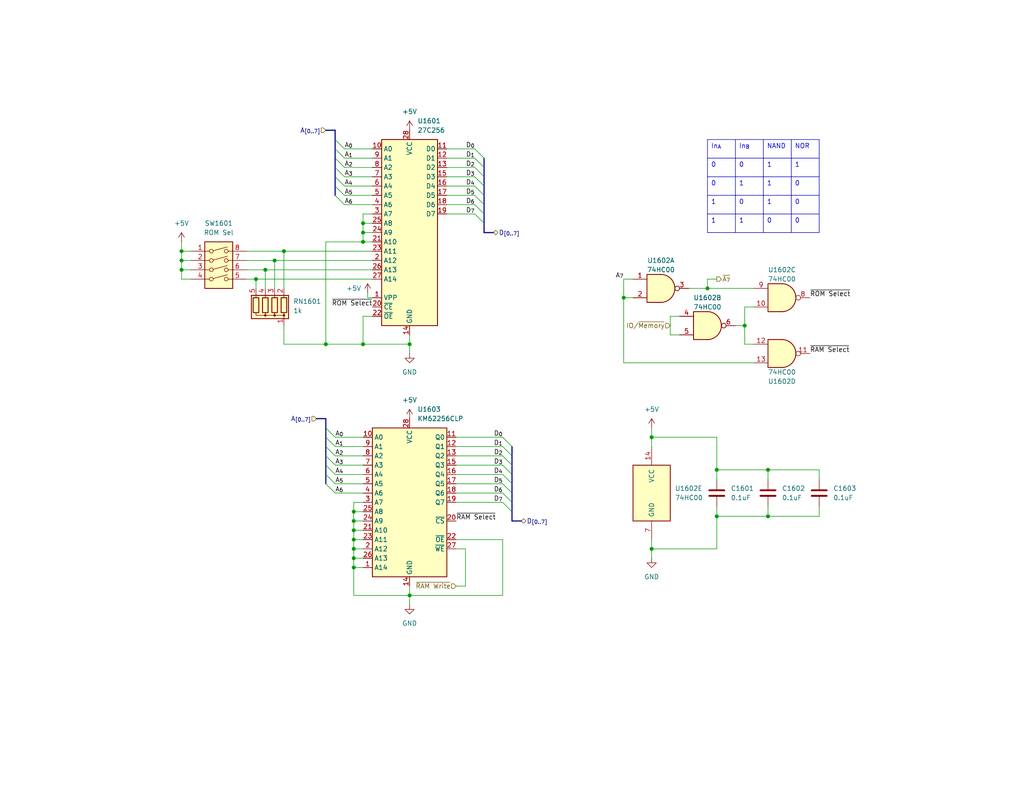
<source format=kicad_sch>
(kicad_sch (version 20250114) (generator "eeschema") (generator_version "9.0")
  (paper "USLetter")
  (title_block (title "BRISC8 CPU") (date "2025-06-26") (rev "v1.0.0") (company "Brian Duffy") (comment 3 "Compatible with the BRISC8 assembler and compiler suite.") (comment 4 "Simple 8-bit RISC CPU designed by Brian Duffy to explore the lowest level of computing."))
  (lib_symbols
    (symbol "74xx:74HC00" (pin_names (offset 1.016))
      (property "Reference" "U" (at 0 1.27 0))
      (property "Value" "74HC00" (at 0 -1.27 0))
      (symbol "74HC00_1_1"
        (arc (start 0 3.81) (mid 3.7934 0) (end 0 -3.81) (stroke (width 0.254)) (fill (type background)))
        (polyline (pts (xy 0 3.81) (xy -3.81 3.81) (xy -3.81 -3.81) (xy 0 -3.81)) (stroke (width 0.254)) (fill (type background)))
        (pin input line (at -7.62 2.54 0) (length 3.81) (name "~") (number "1"))
        (pin input line (at -7.62 -2.54 0) (length 3.81) (name "~") (number "2"))
        (pin output inverted (at 7.62 0 180) (length 3.81) (name "~") (number "3"))
      )
      (symbol "74HC00_1_2"
        (arc (start -3.81 3.81) (mid -2.589 0) (end -3.81 -3.81) (stroke (width 0.254)))
        (polyline (pts (xy -3.81 3.81) (xy -0.635 3.81)) (stroke (width 0.254)) (fill (type background)))
        (polyline (pts (xy -3.81 -3.81) (xy -0.635 -3.81)) (stroke (width 0.254)) (fill (type background)))
        (arc (start 3.81 0) (mid 2.1855 -2.584) (end -0.6096 -3.81) (stroke (width 0.254)) (fill (type background)))
        (arc (start -0.6096 3.81) (mid 2.1928 2.5924) (end 3.81 0) (stroke (width 0.254)) (fill (type background)))
        (polyline (pts (xy -0.635 3.81) (xy -3.81 3.81) (xy -3.81 3.81) (xy -3.556 3.4036) (xy -3.0226 2.2606) (xy -2.6924 1.0414) (xy -2.6162 -0.254) (xy -2.7686 -1.4986) (xy -3.175 -2.7178) (xy -3.81 -3.81) (xy -3.81 -3.81) (xy -0.635 -3.81)) (stroke (width -25.4)) (fill (type background)))
        (pin input inverted (at -7.62 2.54 0) (length 4.318) (name "~") (number "1"))
        (pin input inverted (at -7.62 -2.54 0) (length 4.318) (name "~") (number "2"))
        (pin output line (at 7.62 0 180) (length 3.81) (name "~") (number "3"))
      )
      (symbol "74HC00_2_1"
        (arc (start 0 3.81) (mid 3.7934 0) (end 0 -3.81) (stroke (width 0.254)) (fill (type background)))
        (polyline (pts (xy 0 3.81) (xy -3.81 3.81) (xy -3.81 -3.81) (xy 0 -3.81)) (stroke (width 0.254)) (fill (type background)))
        (pin input line (at -7.62 2.54 0) (length 3.81) (name "~") (number "4"))
        (pin input line (at -7.62 -2.54 0) (length 3.81) (name "~") (number "5"))
        (pin output inverted (at 7.62 0 180) (length 3.81) (name "~") (number "6"))
      )
      (symbol "74HC00_2_2"
        (arc (start -3.81 3.81) (mid -2.589 0) (end -3.81 -3.81) (stroke (width 0.254)))
        (polyline (pts (xy -3.81 3.81) (xy -0.635 3.81)) (stroke (width 0.254)) (fill (type background)))
        (polyline (pts (xy -3.81 -3.81) (xy -0.635 -3.81)) (stroke (width 0.254)) (fill (type background)))
        (arc (start 3.81 0) (mid 2.1855 -2.584) (end -0.6096 -3.81) (stroke (width 0.254)) (fill (type background)))
        (arc (start -0.6096 3.81) (mid 2.1928 2.5924) (end 3.81 0) (stroke (width 0.254)) (fill (type background)))
        (polyline (pts (xy -0.635 3.81) (xy -3.81 3.81) (xy -3.81 3.81) (xy -3.556 3.4036) (xy -3.0226 2.2606) (xy -2.6924 1.0414) (xy -2.6162 -0.254) (xy -2.7686 -1.4986) (xy -3.175 -2.7178) (xy -3.81 -3.81) (xy -3.81 -3.81) (xy -0.635 -3.81)) (stroke (width -25.4)) (fill (type background)))
        (pin input inverted (at -7.62 2.54 0) (length 4.318) (name "~") (number "4"))
        (pin input inverted (at -7.62 -2.54 0) (length 4.318) (name "~") (number "5"))
        (pin output line (at 7.62 0 180) (length 3.81) (name "~") (number "6"))
      )
      (symbol "74HC00_3_1"
        (arc (start 0 3.81) (mid 3.7934 0) (end 0 -3.81) (stroke (width 0.254)) (fill (type background)))
        (polyline (pts (xy 0 3.81) (xy -3.81 3.81) (xy -3.81 -3.81) (xy 0 -3.81)) (stroke (width 0.254)) (fill (type background)))
        (pin input line (at -7.62 2.54 0) (length 3.81) (name "~") (number "9"))
        (pin input line (at -7.62 -2.54 0) (length 3.81) (name "~") (number "10"))
        (pin output inverted (at 7.62 0 180) (length 3.81) (name "~") (number "8"))
      )
      (symbol "74HC00_3_2"
        (arc (start -3.81 3.81) (mid -2.589 0) (end -3.81 -3.81) (stroke (width 0.254)))
        (polyline (pts (xy -3.81 3.81) (xy -0.635 3.81)) (stroke (width 0.254)) (fill (type background)))
        (polyline (pts (xy -3.81 -3.81) (xy -0.635 -3.81)) (stroke (width 0.254)) (fill (type background)))
        (arc (start 3.81 0) (mid 2.1855 -2.584) (end -0.6096 -3.81) (stroke (width 0.254)) (fill (type background)))
        (arc (start -0.6096 3.81) (mid 2.1928 2.5924) (end 3.81 0) (stroke (width 0.254)) (fill (type background)))
        (polyline (pts (xy -0.635 3.81) (xy -3.81 3.81) (xy -3.81 3.81) (xy -3.556 3.4036) (xy -3.0226 2.2606) (xy -2.6924 1.0414) (xy -2.6162 -0.254) (xy -2.7686 -1.4986) (xy -3.175 -2.7178) (xy -3.81 -3.81) (xy -3.81 -3.81) (xy -0.635 -3.81)) (stroke (width -25.4)) (fill (type background)))
        (pin input inverted (at -7.62 2.54 0) (length 4.318) (name "~") (number "9"))
        (pin input inverted (at -7.62 -2.54 0) (length 4.318) (name "~") (number "10"))
        (pin output line (at 7.62 0 180) (length 3.81) (name "~") (number "8"))
      )
      (symbol "74HC00_4_1"
        (arc (start 0 3.81) (mid 3.7934 0) (end 0 -3.81) (stroke (width 0.254)) (fill (type background)))
        (polyline (pts (xy 0 3.81) (xy -3.81 3.81) (xy -3.81 -3.81) (xy 0 -3.81)) (stroke (width 0.254)) (fill (type background)))
        (pin input line (at -7.62 2.54 0) (length 3.81) (name "~") (number "12"))
        (pin input line (at -7.62 -2.54 0) (length 3.81) (name "~") (number "13"))
        (pin output inverted (at 7.62 0 180) (length 3.81) (name "~") (number "11"))
      )
      (symbol "74HC00_4_2"
        (arc (start -3.81 3.81) (mid -2.589 0) (end -3.81 -3.81) (stroke (width 0.254)))
        (polyline (pts (xy -3.81 3.81) (xy -0.635 3.81)) (stroke (width 0.254)) (fill (type background)))
        (polyline (pts (xy -3.81 -3.81) (xy -0.635 -3.81)) (stroke (width 0.254)) (fill (type background)))
        (arc (start 3.81 0) (mid 2.1855 -2.584) (end -0.6096 -3.81) (stroke (width 0.254)) (fill (type background)))
        (arc (start -0.6096 3.81) (mid 2.1928 2.5924) (end 3.81 0) (stroke (width 0.254)) (fill (type background)))
        (polyline (pts (xy -0.635 3.81) (xy -3.81 3.81) (xy -3.81 3.81) (xy -3.556 3.4036) (xy -3.0226 2.2606) (xy -2.6924 1.0414) (xy -2.6162 -0.254) (xy -2.7686 -1.4986) (xy -3.175 -2.7178) (xy -3.81 -3.81) (xy -3.81 -3.81) (xy -0.635 -3.81)) (stroke (width -25.4)) (fill (type background)))
        (pin input inverted (at -7.62 2.54 0) (length 4.318) (name "~") (number "12"))
        (pin input inverted (at -7.62 -2.54 0) (length 4.318) (name "~") (number "13"))
        (pin output line (at 7.62 0 180) (length 3.81) (name "~") (number "11"))
      )
      (symbol "74HC00_5_0"
        (pin power_in line (at 0 12.7 270) (length 5.08) (name "VCC") (number "14"))
        (pin power_in line (at 0 -12.7 90) (length 5.08) (name "GND") (number "7"))
      )
      (symbol "74HC00_5_1"
        (rectangle (start -5.08 7.62) (end 5.08 -7.62) (stroke (width 0.254)) (fill (type background)))
      )
    )
    (symbol "Device:C" (pin_numbers (hide yes)) (pin_names (offset 0.254))
      (property "Reference" "C" (at 0.635 2.54 0))
      (property "Value" "C" (at 0.635 -2.54 0))
      (symbol "C_0_1"
        (polyline (pts (xy -2.032 0.762) (xy 2.032 0.762)) (stroke (width 0.508)))
        (polyline (pts (xy -2.032 -0.762) (xy 2.032 -0.762)) (stroke (width 0.508)))
      )
      (symbol "C_1_1"
        (pin passive line (at 0 3.81 270) (length 2.794) (name "~") (number "1"))
        (pin passive line (at 0 -3.81 90) (length 2.794) (name "~") (number "2"))
      )
    )
    (symbol "Device:R_Network04" (pin_names (offset 0) (hide yes))
      (property "Reference" "RN" (at -7.62 0 90))
      (property "Value" "R_Network04" (at 5.08 0 90))
      (symbol "R_Network04_0_1"
        (rectangle (start -6.35 -3.175) (end 3.81 3.175) (stroke (width 0.254)) (fill (type background)))
        (rectangle (start -5.842 1.524) (end -4.318 -2.54) (stroke (width 0.254)))
        (circle (center -5.08 2.286) (radius 0.254) (fill (type outline)))
        (polyline (pts (xy -5.08 1.524) (xy -5.08 2.286) (xy -2.54 2.286) (xy -2.54 1.524)))
        (polyline (pts (xy -5.08 -2.54) (xy -5.08 -3.81)))
        (rectangle (start -3.302 1.524) (end -1.778 -2.54) (stroke (width 0.254)))
        (circle (center -2.54 2.286) (radius 0.254) (fill (type outline)))
        (polyline (pts (xy -2.54 1.524) (xy -2.54 2.286) (xy 0 2.286) (xy 0 1.524)))
        (polyline (pts (xy -2.54 -2.54) (xy -2.54 -3.81)))
        (rectangle (start -0.762 1.524) (end 0.762 -2.54) (stroke (width 0.254)))
        (circle (center 0 2.286) (radius 0.254) (fill (type outline)))
        (polyline (pts (xy 0 1.524) (xy 0 2.286) (xy 2.54 2.286) (xy 2.54 1.524)))
        (polyline (pts (xy 0 -2.54) (xy 0 -3.81)))
        (rectangle (start 1.778 1.524) (end 3.302 -2.54) (stroke (width 0.254)))
        (polyline (pts (xy 2.54 -2.54) (xy 2.54 -3.81)))
      )
      (symbol "R_Network04_1_1"
        (pin passive line (at -5.08 5.08 270) (length 2.54) (name "common") (number "1"))
        (pin passive line (at -5.08 -5.08 90) (length 1.27) (name "R1") (number "2"))
        (pin passive line (at -2.54 -5.08 90) (length 1.27) (name "R2") (number "3"))
        (pin passive line (at 0 -5.08 90) (length 1.27) (name "R3") (number "4"))
        (pin passive line (at 2.54 -5.08 90) (length 1.27) (name "R4") (number "5"))
      )
    )
    (symbol "Memory_EPROM:27C256"
      (property "Reference" "U" (at -7.62 26.67 0))
      (property "Value" "27C256" (at 2.54 -26.67 0))
      (symbol "27C256_1_1"
        (rectangle (start -7.62 25.4) (end 7.62 -25.4) (stroke (width 0.254)) (fill (type background)))
        (pin input line (at -10.16 22.86 0) (length 2.54) (name "A0") (number "10"))
        (pin input line (at -10.16 20.32 0) (length 2.54) (name "A1") (number "9"))
        (pin input line (at -10.16 17.78 0) (length 2.54) (name "A2") (number "8"))
        (pin input line (at -10.16 15.24 0) (length 2.54) (name "A3") (number "7"))
        (pin input line (at -10.16 12.7 0) (length 2.54) (name "A4") (number "6"))
        (pin input line (at -10.16 10.16 0) (length 2.54) (name "A5") (number "5"))
        (pin input line (at -10.16 7.62 0) (length 2.54) (name "A6") (number "4"))
        (pin input line (at -10.16 5.08 0) (length 2.54) (name "A7") (number "3"))
        (pin input line (at -10.16 2.54 0) (length 2.54) (name "A8") (number "25"))
        (pin input line (at -10.16 0 0) (length 2.54) (name "A9") (number "24"))
        (pin input line (at -10.16 -2.54 0) (length 2.54) (name "A10") (number "21"))
        (pin input line (at -10.16 -5.08 0) (length 2.54) (name "A11") (number "23"))
        (pin input line (at -10.16 -7.62 0) (length 2.54) (name "A12") (number "2"))
        (pin input line (at -10.16 -10.16 0) (length 2.54) (name "A13") (number "26"))
        (pin input line (at -10.16 -12.7 0) (length 2.54) (name "A14") (number "27"))
        (pin input line (at -10.16 -17.78 0) (length 2.54) (name "VPP") (number "1"))
        (pin input line (at -10.16 -20.32 0) (length 2.54) (name "~{CE}") (number "20"))
        (pin input line (at -10.16 -22.86 0) (length 2.54) (name "~{OE}") (number "22"))
        (pin power_in line (at 0 27.94 270) (length 2.54) (name "VCC") (number "28"))
        (pin power_in line (at 0 -27.94 90) (length 2.54) (name "GND") (number "14"))
        (pin tri_state line (at 10.16 22.86 180) (length 2.54) (name "D0") (number "11"))
        (pin tri_state line (at 10.16 20.32 180) (length 2.54) (name "D1") (number "12"))
        (pin tri_state line (at 10.16 17.78 180) (length 2.54) (name "D2") (number "13"))
        (pin tri_state line (at 10.16 15.24 180) (length 2.54) (name "D3") (number "15"))
        (pin tri_state line (at 10.16 12.7 180) (length 2.54) (name "D4") (number "16"))
        (pin tri_state line (at 10.16 10.16 180) (length 2.54) (name "D5") (number "17"))
        (pin tri_state line (at 10.16 7.62 180) (length 2.54) (name "D6") (number "18"))
        (pin tri_state line (at 10.16 5.08 180) (length 2.54) (name "D7") (number "19"))
      )
    )
    (symbol "Memory_RAM:KM62256CLP"
      (property "Reference" "U" (at -10.16 20.955 0))
      (property "Value" "KM62256CLP" (at 2.54 20.955 0))
      (symbol "KM62256CLP_0_0"
        (pin power_in line (at 0 22.86 270) (length 2.54) (name "VCC") (number "28"))
        (pin power_in line (at 0 -22.86 90) (length 2.54) (name "GND") (number "14"))
      )
      (symbol "KM62256CLP_0_1"
        (rectangle (start -10.16 20.32) (end 10.16 -20.32) (stroke (width 0.254)) (fill (type background)))
      )
      (symbol "KM62256CLP_1_1"
        (pin input line (at -12.7 17.78 0) (length 2.54) (name "A0") (number "10"))
        (pin input line (at -12.7 15.24 0) (length 2.54) (name "A1") (number "9"))
        (pin input line (at -12.7 12.7 0) (length 2.54) (name "A2") (number "8"))
        (pin input line (at -12.7 10.16 0) (length 2.54) (name "A3") (number "7"))
        (pin input line (at -12.7 7.62 0) (length 2.54) (name "A4") (number "6"))
        (pin input line (at -12.7 5.08 0) (length 2.54) (name "A5") (number "5"))
        (pin input line (at -12.7 2.54 0) (length 2.54) (name "A6") (number "4"))
        (pin input line (at -12.7 0 0) (length 2.54) (name "A7") (number "3"))
        (pin input line (at -12.7 -2.54 0) (length 2.54) (name "A8") (number "25"))
        (pin input line (at -12.7 -5.08 0) (length 2.54) (name "A9") (number "24"))
        (pin input line (at -12.7 -7.62 0) (length 2.54) (name "A10") (number "21"))
        (pin input line (at -12.7 -10.16 0) (length 2.54) (name "A11") (number "23"))
        (pin input line (at -12.7 -12.7 0) (length 2.54) (name "A12") (number "2"))
        (pin input line (at -12.7 -15.24 0) (length 2.54) (name "A13") (number "26"))
        (pin input line (at -12.7 -17.78 0) (length 2.54) (name "A14") (number "1"))
        (pin tri_state line (at 12.7 17.78 180) (length 2.54) (name "Q0") (number "11"))
        (pin tri_state line (at 12.7 15.24 180) (length 2.54) (name "Q1") (number "12"))
        (pin tri_state line (at 12.7 12.7 180) (length 2.54) (name "Q2") (number "13"))
        (pin tri_state line (at 12.7 10.16 180) (length 2.54) (name "Q3") (number "15"))
        (pin tri_state line (at 12.7 7.62 180) (length 2.54) (name "Q4") (number "16"))
        (pin tri_state line (at 12.7 5.08 180) (length 2.54) (name "Q5") (number "17"))
        (pin tri_state line (at 12.7 2.54 180) (length 2.54) (name "Q6") (number "18"))
        (pin tri_state line (at 12.7 0 180) (length 2.54) (name "Q7") (number "19"))
        (pin input line (at 12.7 -5.08 180) (length 2.54) (name "~{CS}") (number "20"))
        (pin input line (at 12.7 -10.16 180) (length 2.54) (name "~{OE}") (number "22"))
        (pin input line (at 12.7 -12.7 180) (length 2.54) (name "~{WE}") (number "27"))
      )
    )
    (symbol "Switch:SW_DIP_x04" (pin_names (offset 0) (hide yes))
      (property "Reference" "SW" (at 0 8.89 0))
      (property "Value" "SW_DIP_x04" (at 0 -6.35 0))
      (symbol "SW_DIP_x04_0_0"
        (circle (center -2.032 5.08) (radius 0.508))
        (circle (center -2.032 2.54) (radius 0.508))
        (circle (center -2.032 0) (radius 0.508))
        (circle (center -2.032 -2.54) (radius 0.508))
        (polyline (pts (xy -1.524 5.207) (xy 2.3622 6.2484)))
        (polyline (pts (xy -1.524 2.667) (xy 2.3622 3.7084)))
        (polyline (pts (xy -1.524 0.127) (xy 2.3622 1.1684)))
        (polyline (pts (xy -1.524 -2.3876) (xy 2.3622 -1.3462)))
        (circle (center 2.032 5.08) (radius 0.508))
        (circle (center 2.032 2.54) (radius 0.508))
        (circle (center 2.032 0) (radius 0.508))
        (circle (center 2.032 -2.54) (radius 0.508))
      )
      (symbol "SW_DIP_x04_0_1"
        (rectangle (start -3.81 7.62) (end 3.81 -5.08) (stroke (width 0.254)) (fill (type background)))
      )
      (symbol "SW_DIP_x04_1_1"
        (pin passive line (at -7.62 5.08 0) (length 5.08) (name "~") (number "1"))
        (pin passive line (at -7.62 2.54 0) (length 5.08) (name "~") (number "2"))
        (pin passive line (at -7.62 0 0) (length 5.08) (name "~") (number "3"))
        (pin passive line (at -7.62 -2.54 0) (length 5.08) (name "~") (number "4"))
        (pin passive line (at 7.62 5.08 180) (length 5.08) (name "~") (number "8"))
        (pin passive line (at 7.62 2.54 180) (length 5.08) (name "~") (number "7"))
        (pin passive line (at 7.62 0 180) (length 5.08) (name "~") (number "6"))
        (pin passive line (at 7.62 -2.54 180) (length 5.08) (name "~") (number "5"))
      )
    )
    (symbol "power:+5V" (power) (pin_numbers (hide yes)) (pin_names (offset 0) (hide yes))
      (property "Value" "+5V" (at 0 3.556 0))
      (symbol "+5V_0_1"
        (polyline (pts (xy -0.762 1.27) (xy 0 2.54)))
        (polyline (pts (xy 0 2.54) (xy 0.762 1.27)))
        (polyline (pts (xy 0 0) (xy 0 2.54)))
      )
      (symbol "+5V_1_1"
        (pin power_in line (at 0 0 90) (length 0) (name "~") (number "1"))
      )
    )
    (symbol "power:GND" (power) (pin_numbers (hide yes)) (pin_names (offset 0) (hide yes))
      (property "Value" "GND" (at 0 -3.81 0))
      (symbol "GND_0_1"
        (polyline (pts (xy 0 0) (xy 0 -1.27) (xy 1.27 -1.27) (xy 0 -2.54) (xy -1.27 -1.27) (xy 0 -1.27)))
      )
      (symbol "GND_1_1"
        (pin power_in line (at 0 0 270) (length 0) (name "~") (number "1"))
      )
    )
  )
  (junction (at 96.52 144.78))
  (junction (at 170.18 81.28))
  (junction (at 88.9 93.98))
  (junction (at 49.53 71.12))
  (junction (at 96.52 149.86))
  (junction (at 96.52 152.4))
  (junction (at 74.93 71.12))
  (junction (at 195.58 140.97))
  (junction (at 177.8 149.86))
  (junction (at 209.55 128.27))
  (junction (at 195.58 128.27))
  (junction (at 96.52 142.24))
  (junction (at 99.06 60.96))
  (junction (at 99.06 66.04))
  (junction (at 177.8 119.38))
  (junction (at 111.76 93.98))
  (junction (at 77.47 68.58))
  (junction (at 96.52 154.94))
  (junction (at 193.04 78.74))
  (junction (at 111.76 162.56))
  (junction (at 49.53 68.58))
  (junction (at 203.2 88.9))
  (junction (at 69.85 76.2))
  (junction (at 72.39 73.66))
  (junction (at 49.53 73.66))
  (junction (at 209.55 140.97))
  (junction (at 96.52 139.7))
  (junction (at 99.06 93.98))
  (junction (at 96.52 147.32))
  (junction (at 99.06 63.5))
  (bus_entry (at 88.9 129.54) (size 2.54 2.54))
  (bus_entry (at 91.44 50.8) (size 2.54 2.54))
  (bus_entry (at 88.9 132.08) (size 2.54 2.54))
  (bus_entry (at 137.16 124.46) (size 2.54 2.54))
  (bus_entry (at 129.54 43.18) (size 2.54 2.54))
  (bus_entry (at 91.44 48.26) (size 2.54 2.54))
  (bus_entry (at 91.44 43.18) (size 2.54 2.54))
  (bus_entry (at 129.54 53.34) (size 2.54 2.54))
  (bus_entry (at 137.16 127) (size 2.54 2.54))
  (bus_entry (at 137.16 129.54) (size 2.54 2.54))
  (bus_entry (at 88.9 119.38) (size 2.54 2.54))
  (bus_entry (at 88.9 124.46) (size 2.54 2.54))
  (bus_entry (at 88.9 127) (size 2.54 2.54))
  (bus_entry (at 129.54 45.72) (size 2.54 2.54))
  (bus_entry (at 129.54 50.8) (size 2.54 2.54))
  (bus_entry (at 137.16 137.16) (size 2.54 2.54))
  (bus_entry (at 137.16 134.62) (size 2.54 2.54))
  (bus_entry (at 91.44 53.34) (size 2.54 2.54))
  (bus_entry (at 129.54 55.88) (size 2.54 2.54))
  (bus_entry (at 91.44 38.1) (size 2.54 2.54))
  (bus_entry (at 129.54 40.64) (size 2.54 2.54))
  (bus_entry (at 137.16 132.08) (size 2.54 2.54))
  (bus_entry (at 137.16 119.38) (size 2.54 2.54))
  (bus_entry (at 129.54 48.26) (size 2.54 2.54))
  (bus_entry (at 91.44 40.64) (size 2.54 2.54))
  (bus_entry (at 88.9 116.84) (size 2.54 2.54))
  (bus_entry (at 137.16 121.92) (size 2.54 2.54))
  (bus_entry (at 91.44 45.72) (size 2.54 2.54))
  (bus_entry (at 129.54 58.42) (size 2.54 2.54))
  (bus_entry (at 88.9 121.92) (size 2.54 2.54))
  (wire (pts (xy 121.92 50.8) (xy 129.54 50.8)))
  (bus (pts (xy 132.08 60.96) (xy 132.08 63.5)))
  (wire (pts (xy 67.31 73.66) (xy 72.39 73.66)))
  (wire (pts (xy 91.44 129.54) (xy 99.06 129.54)))
  (wire (pts (xy 124.46 132.08) (xy 137.16 132.08)))
  (wire (pts (xy 49.53 68.58) (xy 52.07 68.58)))
  (wire (pts (xy 195.58 130.81) (xy 195.58 128.27)))
  (wire (pts (xy 96.52 162.56) (xy 111.76 162.56)))
  (wire (pts (xy 129.54 40.64) (xy 121.92 40.64)))
  (wire (pts (xy 177.8 149.86) (xy 195.58 149.86)))
  (wire (pts (xy 195.58 128.27) (xy 195.58 119.38)))
  (wire (pts (xy 177.8 149.86) (xy 177.8 147.32)))
  (bus (pts (xy 91.44 50.8) (xy 91.44 48.26)))
  (bus (pts (xy 88.9 119.38) (xy 88.9 116.84)))
  (wire (pts (xy 99.06 58.42) (xy 99.06 60.96)))
  (wire (pts (xy 91.44 119.38) (xy 99.06 119.38)))
  (wire (pts (xy 193.04 78.74) (xy 193.04 76.2)))
  (bus (pts (xy 91.44 48.26) (xy 91.44 45.72)))
  (wire (pts (xy 52.07 76.2) (xy 49.53 76.2)))
  (bus (pts (xy 132.08 55.88) (xy 132.08 58.42)))
  (wire (pts (xy 203.2 88.9) (xy 200.66 88.9)))
  (wire (pts (xy 99.06 66.04) (xy 101.6 66.04)))
  (wire (pts (xy 93.98 48.26) (xy 101.6 48.26)))
  (wire (pts (xy 93.98 53.34) (xy 101.6 53.34)))
  (wire (pts (xy 209.55 140.97) (xy 223.52 140.97)))
  (bus (pts (xy 91.44 38.1) (xy 91.44 35.56)))
  (wire (pts (xy 67.31 68.58) (xy 77.47 68.58)))
  (wire (pts (xy 91.44 134.62) (xy 99.06 134.62)))
  (wire (pts (xy 93.98 55.88) (xy 101.6 55.88)))
  (bus (pts (xy 88.9 127) (xy 88.9 124.46)))
  (wire (pts (xy 74.93 71.12) (xy 74.93 78.74)))
  (bus (pts (xy 91.44 43.18) (xy 91.44 40.64)))
  (bus (pts (xy 132.08 58.42) (xy 132.08 60.96)))
  (wire (pts (xy 99.06 86.36) (xy 101.6 86.36)))
  (bus (pts (xy 86.36 114.3) (xy 88.9 114.3)))
  (wire (pts (xy 99.06 66.04) (xy 88.9 66.04)))
  (wire (pts (xy 121.92 53.34) (xy 129.54 53.34)))
  (wire (pts (xy 177.8 119.38) (xy 177.8 121.92)))
  (wire (pts (xy 203.2 88.9) (xy 203.2 83.82)))
  (wire (pts (xy 205.74 93.98) (xy 203.2 93.98)))
  (wire (pts (xy 124.46 124.46) (xy 137.16 124.46)))
  (wire (pts (xy 223.52 138.43) (xy 223.52 140.97)))
  (bus (pts (xy 132.08 53.34) (xy 132.08 55.88)))
  (bus (pts (xy 88.9 116.84) (xy 88.9 114.3)))
  (wire (pts (xy 49.53 73.66) (xy 49.53 71.12)))
  (wire (pts (xy 96.52 142.24) (xy 96.52 144.78)))
  (wire (pts (xy 49.53 71.12) (xy 49.53 68.58)))
  (wire (pts (xy 170.18 81.28) (xy 170.18 99.06)))
  (wire (pts (xy 77.47 68.58) (xy 101.6 68.58)))
  (wire (pts (xy 170.18 76.2) (xy 170.18 81.28)))
  (wire (pts (xy 111.76 93.98) (xy 99.06 93.98)))
  (wire (pts (xy 49.53 76.2) (xy 49.53 73.66)))
  (wire (pts (xy 193.04 78.74) (xy 205.74 78.74)))
  (wire (pts (xy 96.52 154.94) (xy 99.06 154.94)))
  (wire (pts (xy 93.98 43.18) (xy 101.6 43.18)))
  (wire (pts (xy 49.53 73.66) (xy 52.07 73.66)))
  (wire (pts (xy 93.98 50.8) (xy 101.6 50.8)))
  (wire (pts (xy 187.96 78.74) (xy 193.04 78.74)))
  (bus (pts (xy 91.44 53.34) (xy 91.44 50.8)))
  (wire (pts (xy 91.44 124.46) (xy 99.06 124.46)))
  (wire (pts (xy 96.52 144.78) (xy 99.06 144.78)))
  (wire (pts (xy 96.52 137.16) (xy 96.52 139.7)))
  (wire (pts (xy 223.52 130.81) (xy 223.52 128.27)))
  (wire (pts (xy 100.33 80.01) (xy 100.33 81.28)))
  (wire (pts (xy 69.85 76.2) (xy 69.85 78.74)))
  (wire (pts (xy 99.06 86.36) (xy 99.06 93.98)))
  (wire (pts (xy 203.2 83.82) (xy 205.74 83.82)))
  (bus (pts (xy 139.7 129.54) (xy 139.7 132.08)))
  (wire (pts (xy 77.47 88.9) (xy 77.47 93.98)))
  (wire (pts (xy 99.06 60.96) (xy 99.06 63.5)))
  (wire (pts (xy 124.46 121.92) (xy 137.16 121.92)))
  (wire (pts (xy 195.58 138.43) (xy 195.58 140.97)))
  (wire (pts (xy 67.31 76.2) (xy 69.85 76.2)))
  (wire (pts (xy 124.46 137.16) (xy 137.16 137.16)))
  (bus (pts (xy 88.9 124.46) (xy 88.9 121.92)))
  (wire (pts (xy 96.52 149.86) (xy 99.06 149.86)))
  (wire (pts (xy 121.92 48.26) (xy 129.54 48.26)))
  (wire (pts (xy 195.58 128.27) (xy 209.55 128.27)))
  (wire (pts (xy 49.53 66.04) (xy 49.53 68.58)))
  (wire (pts (xy 96.52 142.24) (xy 99.06 142.24)))
  (wire (pts (xy 121.92 45.72) (xy 129.54 45.72)))
  (wire (pts (xy 93.98 45.72) (xy 101.6 45.72)))
  (wire (pts (xy 96.52 147.32) (xy 96.52 149.86)))
  (wire (pts (xy 124.46 147.32) (xy 137.16 147.32)))
  (wire (pts (xy 96.52 139.7) (xy 99.06 139.7)))
  (wire (pts (xy 182.88 86.36) (xy 182.88 91.44)))
  (wire (pts (xy 209.55 130.81) (xy 209.55 128.27)))
  (wire (pts (xy 99.06 63.5) (xy 101.6 63.5)))
  (wire (pts (xy 111.76 162.56) (xy 111.76 160.02)))
  (wire (pts (xy 88.9 66.04) (xy 88.9 93.98)))
  (wire (pts (xy 193.04 76.2) (xy 195.58 76.2)))
  (bus (pts (xy 132.08 43.18) (xy 132.08 45.72)))
  (bus (pts (xy 139.7 139.7) (xy 139.7 142.24)))
  (wire (pts (xy 99.06 60.96) (xy 101.6 60.96)))
  (wire (pts (xy 96.52 144.78) (xy 96.52 147.32)))
  (wire (pts (xy 96.52 149.86) (xy 96.52 152.4)))
  (wire (pts (xy 99.06 63.5) (xy 99.06 66.04)))
  (wire (pts (xy 209.55 138.43) (xy 209.55 140.97)))
  (bus (pts (xy 139.7 121.92) (xy 139.7 124.46)))
  (wire (pts (xy 100.33 81.28) (xy 101.6 81.28)))
  (wire (pts (xy 91.44 127) (xy 99.06 127)))
  (wire (pts (xy 99.06 137.16) (xy 96.52 137.16)))
  (wire (pts (xy 124.46 134.62) (xy 137.16 134.62)))
  (wire (pts (xy 121.92 43.18) (xy 129.54 43.18)))
  (bus (pts (xy 139.7 137.16) (xy 139.7 139.7)))
  (wire (pts (xy 96.52 147.32) (xy 99.06 147.32)))
  (bus (pts (xy 132.08 48.26) (xy 132.08 50.8)))
  (wire (pts (xy 185.42 91.44) (xy 182.88 91.44)))
  (bus (pts (xy 88.9 35.56) (xy 91.44 35.56)))
  (bus (pts (xy 139.7 132.08) (xy 139.7 134.62)))
  (bus (pts (xy 91.44 40.64) (xy 91.44 38.1)))
  (wire (pts (xy 195.58 140.97) (xy 195.58 149.86)))
  (wire (pts (xy 111.76 96.52) (xy 111.76 93.98)))
  (wire (pts (xy 195.58 140.97) (xy 209.55 140.97)))
  (wire (pts (xy 91.44 132.08) (xy 99.06 132.08)))
  (wire (pts (xy 96.52 139.7) (xy 96.52 142.24)))
  (wire (pts (xy 137.16 162.56) (xy 111.76 162.56)))
  (bus (pts (xy 132.08 50.8) (xy 132.08 53.34)))
  (wire (pts (xy 111.76 165.1) (xy 111.76 162.56)))
  (wire (pts (xy 77.47 93.98) (xy 88.9 93.98)))
  (wire (pts (xy 124.46 160.02) (xy 127 160.02)))
  (wire (pts (xy 96.52 152.4) (xy 99.06 152.4)))
  (wire (pts (xy 101.6 58.42) (xy 99.06 58.42)))
  (bus (pts (xy 91.44 45.72) (xy 91.44 43.18)))
  (bus (pts (xy 139.7 142.24) (xy 142.24 142.24)))
  (wire (pts (xy 124.46 127) (xy 137.16 127)))
  (wire (pts (xy 203.2 93.98) (xy 203.2 88.9)))
  (bus (pts (xy 139.7 127) (xy 139.7 129.54)))
  (wire (pts (xy 124.46 129.54) (xy 137.16 129.54)))
  (wire (pts (xy 170.18 81.28) (xy 172.72 81.28)))
  (wire (pts (xy 49.53 71.12) (xy 52.07 71.12)))
  (wire (pts (xy 72.39 73.66) (xy 72.39 78.74)))
  (wire (pts (xy 127 149.86) (xy 124.46 149.86)))
  (wire (pts (xy 121.92 58.42) (xy 129.54 58.42)))
  (bus (pts (xy 88.9 129.54) (xy 88.9 127)))
  (wire (pts (xy 111.76 93.98) (xy 111.76 91.44)))
  (wire (pts (xy 69.85 76.2) (xy 101.6 76.2)))
  (bus (pts (xy 132.08 45.72) (xy 132.08 48.26)))
  (wire (pts (xy 177.8 152.4) (xy 177.8 149.86)))
  (wire (pts (xy 177.8 119.38) (xy 195.58 119.38)))
  (bus (pts (xy 132.08 63.5) (xy 134.62 63.5)))
  (wire (pts (xy 177.8 116.84) (xy 177.8 119.38)))
  (wire (pts (xy 74.93 71.12) (xy 101.6 71.12)))
  (wire (pts (xy 91.44 121.92) (xy 99.06 121.92)))
  (wire (pts (xy 127 160.02) (xy 127 149.86)))
  (wire (pts (xy 77.47 68.58) (xy 77.47 78.74)))
  (bus (pts (xy 139.7 134.62) (xy 139.7 137.16)))
  (wire (pts (xy 67.31 71.12) (xy 74.93 71.12)))
  (bus (pts (xy 88.9 132.08) (xy 88.9 129.54)))
  (wire (pts (xy 185.42 86.36) (xy 182.88 86.36)))
  (wire (pts (xy 121.92 55.88) (xy 129.54 55.88)))
  (wire (pts (xy 124.46 119.38) (xy 137.16 119.38)))
  (wire (pts (xy 137.16 147.32) (xy 137.16 162.56)))
  (wire (pts (xy 170.18 76.2) (xy 172.72 76.2)))
  (bus (pts (xy 88.9 121.92) (xy 88.9 119.38)))
  (bus (pts (xy 139.7 124.46) (xy 139.7 127)))
  (wire (pts (xy 96.52 152.4) (xy 96.52 154.94)))
  (wire (pts (xy 72.39 73.66) (xy 101.6 73.66)))
  (wire (pts (xy 209.55 128.27) (xy 223.52 128.27)))
  (wire (pts (xy 96.52 154.94) (xy 96.52 162.56)))
  (wire (pts (xy 88.9 93.98) (xy 99.06 93.98)))
  (wire (pts (xy 170.18 99.06) (xy 205.74 99.06)))
  (wire (pts (xy 93.98 40.64) (xy 101.6 40.64)))
  (table (column_count 4) (border (external yes) (header yes)) (separators (rows yes) (cols yes)) (column_widths 7.62 7.62 7.62 7.62) (row_heights 5.08 5.08 5.08 5.08 5.08) (cells (table_cell "In_{A}" (at 193.04 38.1 0) (size 7.62 5.08) (margins 0.9525 0.9525 0.9525 0.9525) (span 1 1)) (table_cell "In_{B}" (at 200.66 38.1 0) (size 7.62 5.08) (margins 0.9525 0.9525 0.9525 0.9525) (span 1 1)) (table_cell "NAND" (at 208.28 38.1 0) (size 7.62 5.08) (margins 0.9525 0.9525 0.9525 0.9525) (span 1 1)) (table_cell "NOR" (at 215.9 38.1 0) (size 7.62 5.08) (margins 0.9525 0.9525 0.9525 0.9525) (span 1 1)) (table_cell "0" (at 193.04 43.18 0) (size 7.62 5.08) (margins 0.9525 0.9525 0.9525 0.9525) (span 1 1)) (table_cell "0" (at 200.66 43.18 0) (size 7.62 5.08) (margins 0.9525 0.9525 0.9525 0.9525) (span 1 1)) (table_cell "1" (at 208.28 43.18 0) (size 7.62 5.08) (margins 0.9525 0.9525 0.9525 0.9525) (span 1 1)) (table_cell "1" (at 215.9 43.18 0) (size 7.62 5.08) (margins 0.9525 0.9525 0.9525 0.9525) (span 1 1)) (table_cell "0" (at 193.04 48.26 0) (size 7.62 5.08) (margins 0.9525 0.9525 0.9525 0.9525) (span 1 1)) (table_cell "1" (at 200.66 48.26 0) (size 7.62 5.08) (margins 0.9525 0.9525 0.9525 0.9525) (span 1 1)) (table_cell "1" (at 208.28 48.26 0) (size 7.62 5.08) (margins 0.9525 0.9525 0.9525 0.9525) (span 1 1)) (table_cell "0" (at 215.9 48.26 0) (size 7.62 5.08) (margins 0.9525 0.9525 0.9525 0.9525) (span 1 1)) (table_cell "1" (at 193.04 53.34 0) (size 7.62 5.08) (margins 0.9525 0.9525 0.9525 0.9525) (span 1 1)) (table_cell "0" (at 200.66 53.34 0) (size 7.62 5.08) (margins 0.9525 0.9525 0.9525 0.9525) (span 1 1)) (table_cell "1" (at 208.28 53.34 0) (size 7.62 5.08) (margins 0.9525 0.9525 0.9525 0.9525) (span 1 1)) (table_cell "0" (at 215.9 53.34 0) (size 7.62 5.08) (margins 0.9525 0.9525 0.9525 0.9525) (span 1 1)) (table_cell "1" (at 193.04 58.42 0) (size 7.62 5.08) (margins 0.9525 0.9525 0.9525 0.9525) (span 1 1)) (table_cell "1" (at 200.66 58.42 0) (size 7.62 5.08) (margins 0.9525 0.9525 0.9525 0.9525) (span 1 1)) (table_cell "0" (at 208.28 58.42 0) (size 7.62 5.08) (margins 0.9525 0.9525 0.9525 0.9525) (span 1 1)) (table_cell "0" (at 215.9 58.42 0) (size 7.62 5.08) (margins 0.9525 0.9525 0.9525 0.9525) (span 1 1))))
  (label "D_{5}" (at 137.16 132.08 180))
  (label "A_{4}" (at 93.98 50.8 0))
  (label "D_{6}" (at 137.16 134.62 180))
  (label "A_{3}" (at 91.44 127 0))
  (label "D_{5}" (at 129.54 53.34 180))
  (label "D_{3}" (at 137.16 127 180))
  (label "A_{6}" (at 91.44 134.62 0))
  (label "A_{2}" (at 93.98 45.72 0))
  (label "A_{1}" (at 93.98 43.18 0))
  (label "~{ROM Select}" (at 220.98 81.28 0))
  (label "A_{5}" (at 93.98 53.34 0))
  (label "A_{0}" (at 93.98 40.64 0))
  (label "D_{3}" (at 129.54 48.26 180))
  (label "~{RAM Select}" (at 220.98 96.52 0))
  (label "D_{2}" (at 129.54 45.72 180))
  (label "A_{0}" (at 91.44 119.38 0))
  (label "A_{5}" (at 91.44 132.08 0))
  (label "A_{4}" (at 91.44 129.54 0))
  (label "D_{1}" (at 129.54 43.18 180))
  (label "D_{4}" (at 129.54 50.8 180))
  (label "A_{6}" (at 93.98 55.88 0))
  (label "A_{2}" (at 91.44 124.46 0))
  (label "D_{2}" (at 137.16 124.46 180))
  (label "D_{4}" (at 137.16 129.54 180))
  (label "~{ROM Select}" (at 101.6 83.82 180))
  (label "~{RAM Select}" (at 124.46 142.24 0))
  (label "A_{1}" (at 91.44 121.92 0))
  (label "A_{3}" (at 93.98 48.26 0))
  (label "D_{1}" (at 137.16 121.92 180))
  (label "D_{7}" (at 129.54 58.42 180))
  (label "A_{7}" (at 170.18 76.2 180))
  (label "D_{0}" (at 137.16 119.38 180))
  (label "D_{6}" (at 129.54 55.88 180))
  (label "D_{0}" (at 129.54 40.64 180))
  (label "D_{7}" (at 137.16 137.16 180))
  (hierarchical_label "~{RAM Write}" (shape input) (at 124.46 160.02 180))
  (hierarchical_label "~{A_{7}}" (shape output) (at 195.58 76.2 0))
  (hierarchical_label "A_{[0..7]}" (shape input) (at 88.9 35.56 180))
  (hierarchical_label "D_{[0..7]}" (shape bidirectional) (at 142.24 142.24 0))
  (hierarchical_label "IO{slash}~{Memory}" (shape input) (at 182.88 88.9 180))
  (hierarchical_label "D_{[0..7]}" (shape bidirectional) (at 134.62 63.5 0))
  (hierarchical_label "A_{[0..7]}" (shape input) (at 86.36 114.3 180))
  (symbol (lib_id "power:+5V") (at 111.76 114.3 0) (unit 1)
    (property "Reference" "#PWR01605" (effects (hide yes)))
    (property "Value" "+5V" (at 111.76 109.22 0))
    (property "Description" "Power symbol creates a global label with name \"+5V\"" (effects (hide yes)))
  )
  (symbol (lib_id "Switch:SW_DIP_x04") (at 59.69 73.66 0) (unit 1)
    (property "Reference" "SW1601" (at 59.69 60.96 0))
    (property "Value" "ROM Sel" (at 59.69 63.5 0))
    (property "Footprint" "Package_DIP:DIP-8_W7.62mm" (effects (hide yes)))
    (property "Description" "4x DIP Switch, Single Pole Single Throw (SPST) switch, small symbol" (effects (hide yes)))
  )
  (symbol (lib_id "power:GND") (at 177.8 152.4 0) (unit 1)
    (property "Reference" "#PWR01607" (effects (hide yes)))
    (property "Value" "GND" (at 177.8 157.48 0))
    (property "Description" "Power symbol creates a global label with name \"GND\" , ground" (effects (hide yes)))
  )
  (symbol (lib_id "74xx:74HC00") (at 193.04 88.9 0) (unit 2)
    (property "Reference" "U1602" (at 193.04 81.28 0))
    (property "Value" "74HC00" (at 193.04 83.82 0))
    (property "Footprint" "Package_DIP:DIP-14_W7.62mm" (effects (hide yes)))
    (property "Datasheet" "http://www.ti.com/lit/gpn/sn74hc00" (effects (hide yes)))
    (property "Description" "quad 2-input NAND gate" (effects (hide yes)))
  )
  (symbol (lib_id "Device:C") (at 223.52 134.62 0) (unit 1)
    (property "Reference" "C1603" (at 227.33 133.3499 0) (effects (justify left)))
    (property "Value" "0.1uF" (at 227.33 135.8899 0) (effects (justify left)))
    (property "Footprint" "Capacitor_THT:C_Rect_L4.0mm_W2.5mm_P2.50mm" (effects (hide yes)))
    (property "Description" "Unpolarized capacitor" (effects (hide yes)))
  )
  (symbol (lib_id "power:+5V") (at 49.53 66.04 0) (unit 1)
    (property "Reference" "#PWR01602" (effects (hide yes)))
    (property "Value" "+5V" (at 49.53 60.96 0))
    (property "Description" "Power symbol creates a global label with name \"+5V\"" (effects (hide yes)))
  )
  (symbol (lib_id "power:+5V") (at 100.33 80.01 0) (unit 1)
    (property "Reference" "#PWR01603" (effects (hide yes)))
    (property "Value" "+5V" (at 96.52 78.74 0))
    (property "Description" "Power symbol creates a global label with name \"+5V\"" (effects (hide yes)))
  )
  (symbol (lib_id "Device:R_Network04") (at 72.39 83.82 180) (unit 1)
    (property "Reference" "RN1601" (at 80.01 82.2959 0) (effects (justify right)))
    (property "Value" "1k" (at 80.01 84.8359 0) (effects (justify right)))
    (property "Footprint" "Resistor_THT:R_Array_SIP5" (effects (hide yes)))
    (property "Datasheet" "http://www.vishay.com/docs/31509/csc.pdf" (effects (hide yes)))
    (property "Description" "4 resistor network, star topology, bussed resistors, small symbol" (effects (hide yes)))
  )
  (symbol (lib_id "power:GND") (at 111.76 165.1 0) (unit 1)
    (property "Reference" "#PWR01608" (effects (hide yes)))
    (property "Value" "GND" (at 111.76 170.18 0))
    (property "Description" "Power symbol creates a global label with name \"GND\" , ground" (effects (hide yes)))
  )
  (symbol (lib_id "74xx:74HC00") (at 213.36 81.28 0) (unit 3)
    (property "Reference" "U1602" (at 213.36 73.66 0))
    (property "Value" "74HC00" (at 213.36 76.2 0))
    (property "Footprint" "Package_DIP:DIP-14_W7.62mm" (effects (hide yes)))
    (property "Datasheet" "http://www.ti.com/lit/gpn/sn74hc00" (effects (hide yes)))
    (property "Description" "quad 2-input NAND gate" (effects (hide yes)))
  )
  (symbol (lib_id "power:+5V") (at 177.8 116.84 0) (unit 1)
    (property "Reference" "#PWR01606" (effects (hide yes)))
    (property "Value" "+5V" (at 177.8 111.76 0))
    (property "Description" "Power symbol creates a global label with name \"+5V\"" (effects (hide yes)))
  )
  (symbol (lib_id "Memory_RAM:KM62256CLP") (at 111.76 137.16 0) (unit 1)
    (property "Reference" "U1603" (at 113.9033 111.76 0) (effects (justify left)))
    (property "Value" "KM62256CLP" (at 113.9033 114.3 0) (effects (justify left)))
    (property "Footprint" "Package_DIP:DIP-28_W15.24mm_Socket" (effects (hide yes)))
    (property "Datasheet" "https://www.futurlec.com/Datasheet/Memory/62256.pdf" (effects (hide yes)))
    (property "Description" "32Kx8 bit Low Power CMOS Static RAM, 55/70ns, DIP-28" (effects (hide yes)))
  )
  (symbol (lib_id "74xx:74HC00") (at 213.36 96.52 0) (unit 4)
    (property "Reference" "U1602" (at 213.36 104.14 0))
    (property "Value" "74HC00" (at 213.36 101.6 0))
    (property "Footprint" "Package_DIP:DIP-14_W7.62mm" (effects (hide yes)))
    (property "Datasheet" "http://www.ti.com/lit/gpn/sn74hc00" (effects (hide yes)))
    (property "Description" "quad 2-input NAND gate" (effects (hide yes)))
  )
  (symbol (lib_id "74xx:74HC00") (at 180.34 78.74 0) (unit 1)
    (property "Reference" "U1602" (at 180.34 71.12 0))
    (property "Value" "74HC00" (at 180.34 73.66 0))
    (property "Footprint" "Package_DIP:DIP-14_W7.62mm" (effects (hide yes)))
    (property "Datasheet" "http://www.ti.com/lit/gpn/sn74hc00" (effects (hide yes)))
    (property "Description" "quad 2-input NAND gate" (effects (hide yes)))
  )
  (symbol (lib_id "power:+5V") (at 111.76 35.56 0) (unit 1)
    (property "Reference" "#PWR01601" (effects (hide yes)))
    (property "Value" "+5V" (at 111.76 30.48 0))
    (property "Description" "Power symbol creates a global label with name \"+5V\"" (effects (hide yes)))
  )
  (symbol (lib_id "74xx:74HC00") (at 177.8 134.62 0) (unit 5)
    (property "Reference" "U1602" (at 184.15 133.3499 0) (effects (justify left)))
    (property "Value" "74HC00" (at 184.15 135.8899 0) (effects (justify left)))
    (property "Footprint" "Package_DIP:DIP-14_W7.62mm" (effects (hide yes)))
    (property "Datasheet" "http://www.ti.com/lit/gpn/sn74hc00" (effects (hide yes)))
    (property "Description" "quad 2-input NAND gate" (effects (hide yes)))
  )
  (symbol (lib_id "Device:C") (at 209.55 134.62 0) (unit 1)
    (property "Reference" "C1602" (at 213.36 133.3499 0) (effects (justify left)))
    (property "Value" "0.1uF" (at 213.36 135.8899 0) (effects (justify left)))
    (property "Footprint" "Capacitor_THT:C_Rect_L4.0mm_W2.5mm_P2.50mm" (effects (hide yes)))
    (property "Description" "Unpolarized capacitor" (effects (hide yes)))
  )
  (symbol (lib_id "Memory_EPROM:27C256") (at 111.76 63.5 0) (unit 1)
    (property "Reference" "U1601" (at 113.9033 33.02 0) (effects (justify left)))
    (property "Value" "27C256" (at 113.9033 35.56 0) (effects (justify left)))
    (property "Footprint" "Package_DIP:DIP-28_W15.24mm_Socket" (effects (hide yes)))
    (property "Datasheet" "http://ww1.microchip.com/downloads/en/DeviceDoc/doc0014.pdf" (effects (hide yes)))
    (property "Description" "OTP EPROM 256 KiBit" (effects (hide yes)))
  )
  (symbol (lib_id "power:GND") (at 111.76 96.52 0) (unit 1)
    (property "Reference" "#PWR01604" (effects (hide yes)))
    (property "Value" "GND" (at 111.76 101.6 0))
    (property "Description" "Power symbol creates a global label with name \"GND\" , ground" (effects (hide yes)))
  )
  (symbol (lib_id "Device:C") (at 195.58 134.62 0) (unit 1)
    (property "Reference" "C1601" (at 199.39 133.3499 0) (effects (justify left)))
    (property "Value" "0.1uF" (at 199.39 135.8899 0) (effects (justify left)))
    (property "Footprint" "Capacitor_THT:C_Rect_L4.0mm_W2.5mm_P2.50mm" (effects (hide yes)))
    (property "Description" "Unpolarized capacitor" (effects (hide yes)))
  )
)
</source>
